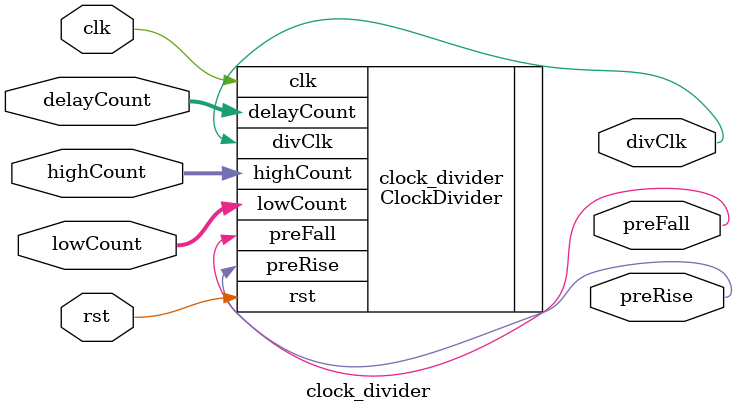
<source format=sv>
module clock_divider(
    input  logic clk,
    input  logic rst,
    input logic [15:0] highCount,
    input logic [15:0] lowCount,
    input logic [15:0] delayCount,
    output logic divClk,
    output logic preRise,
    output logic preFall
);
   ClockDivider clock_divider (
      .clk(clk),
      .rst(rst),
      .highCount(highCount),
      .lowCount(lowCount),
      .delayCount(delayCount),
      .divClk(divClk),
      .preRise(preRise),
      .preFall(preFall));
endmodule
</source>
